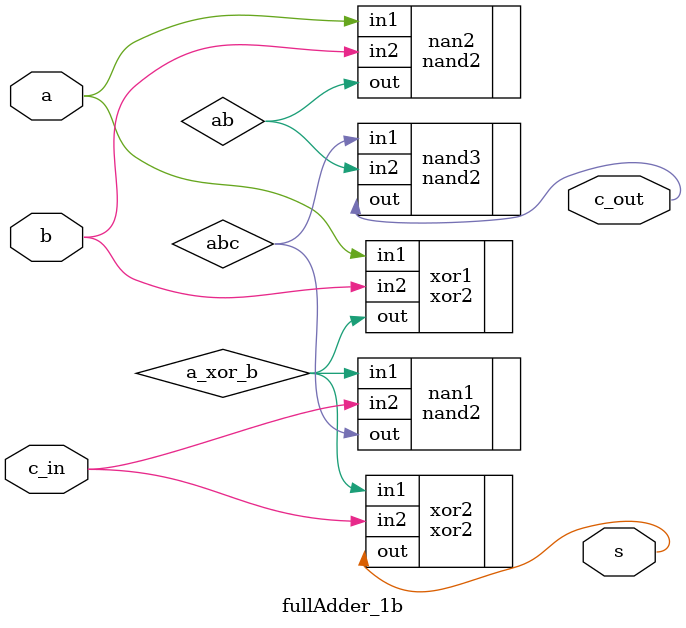
<source format=v>
/*
    CS/ECE 552 FALL '22
    Homework #2, Problem 1

    a 1-bit full adder
*/
module fullAdder_1b(s, c_out, a, b, c_in);
   output s;
   output c_out;
	 input  a, b;
   input  c_in;

   wire a_xor_b,ab, abc;

	 xor2 xor1(.out(a_xor_b), .in1(a), .in2(b));
	 xor2 xor2(.out(s), .in1(a_xor_b), .in2(c_in)); //S output

	 nand2 nan1(.in1(a_xor_b), .in2(c_in), .out(abc));
	 nand2 nan2(.out(ab), .in1(a), .in2(b));
   nand2 nand3(.out(c_out), .in1(abc), .in2(ab));	

endmodule

</source>
